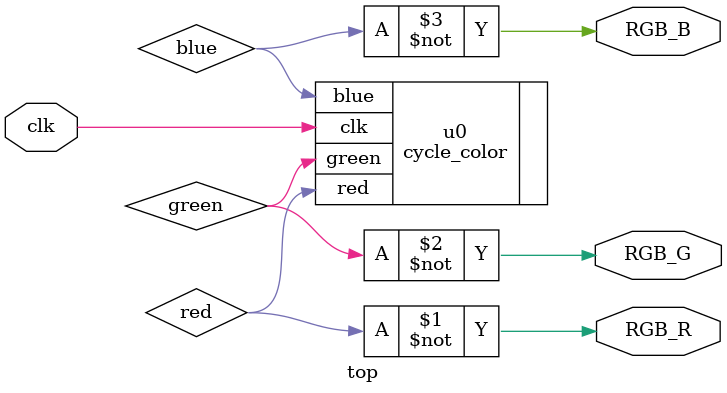
<source format=sv>
`include "cycle_color.sv"

module top(
    input logic clk,
    output logic RGB_R,
    output logic RGB_G,
    output logic RGB_B
);

    logic red, green, blue;

    cycle_color u0(
        .clk (clk),
        .red (red),
        .green (green),
        .blue (blue)
    );

    assign RGB_R = ~red;
    assign RGB_G = ~green;
    assign RGB_B = ~blue;

endmodule
</source>
